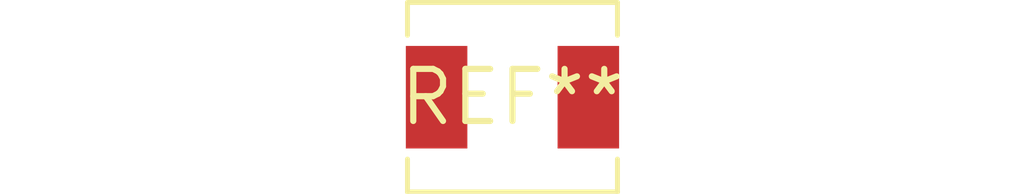
<source format=kicad_pcb>
(kicad_pcb (version 20240108) (generator pcbnew)
  (layers (0 "F.Cu" signal) (31 "B.Cu" signal) (34 "B.Paste" user) (35 "F.Paste" user) (36 "B.SilkS" user "B.Silkscreen") (37 "F.SilkS" user "F.Silkscreen") (38 "B.Mask" user) (39 "F.Mask" user) (44 "Edge.Cuts" user))
  (net 0 "")
  (footprint "L_Chilisin_BMRA00040415" (layer "F.Cu") (at 0 0)
    (property "Reference" "REF**")
    (property "Value" "L_Chilisin_BMRA00040415")
    (fp_line (start -2.56 -2.31) (end -2.56 -1.51) (layer "F.SilkS") (stroke (width 0.12)))
    (fp_line (start -2.56 -2.31) (end 2.56 -2.31) (layer "F.SilkS") (stroke (width 0.12)))
    (fp_line (start -2.56 2.31) (end -2.56 1.51) (layer "F.SilkS") (stroke (width 0.12)))
    (fp_line (start -2.56 2.31) (end 2.56 2.31) (layer "F.SilkS") (stroke (width 0.12)))
    (fp_line (start 2.56 -2.31) (end 2.56 -1.51) (layer "F.SilkS") (stroke (width 0.12)))
    (fp_line (start 2.56 2.31) (end 2.56 1.51) (layer "F.SilkS") (stroke (width 0.12)))
    (pad "1" smd rect (at -1.85 0) (size 1.5 2.5) (layers "F.Cu" "F.Paste" "F.Mask"))
    (pad "2" smd rect (at 1.85 0) (size 1.5 2.5) (layers "F.Cu" "F.Paste" "F.Mask"))
  )
)
</source>
